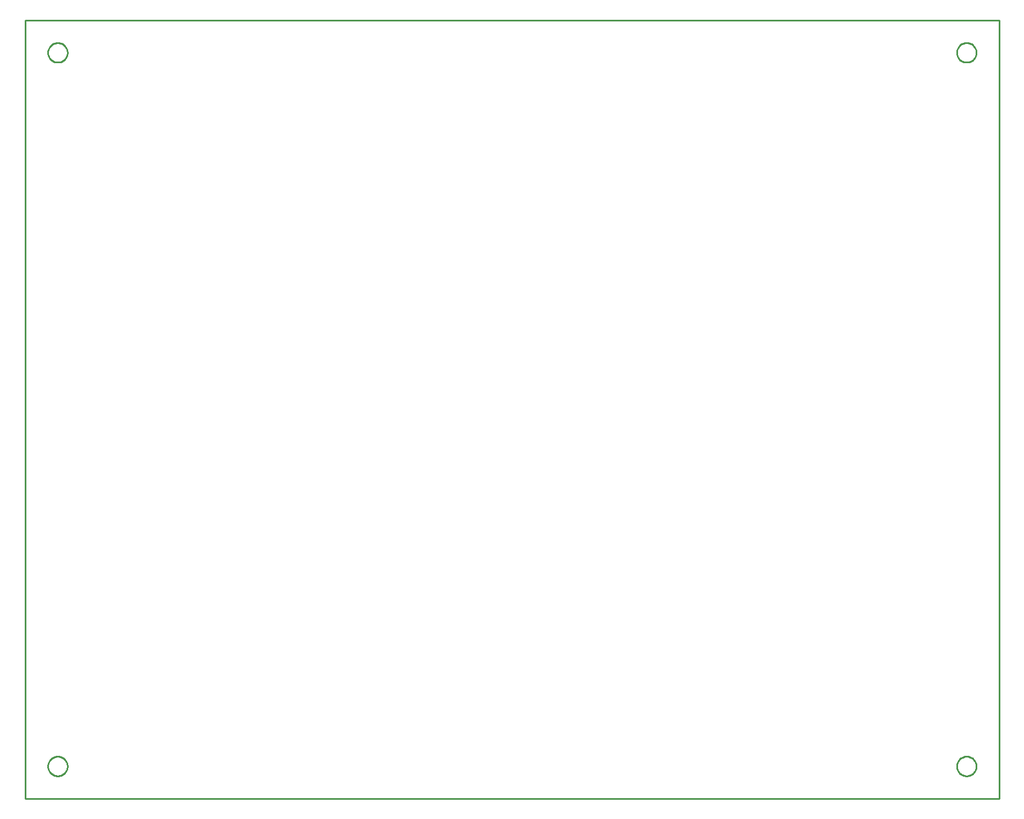
<source format=gbr>
G04 EAGLE Gerber RS-274X export*
G75*
%MOIN*%
%FSLAX34Y34*%
%LPD*%
%IN*%
%IPPOS*%
%AMOC8*
5,1,8,0,0,1.08239X$1,22.5*%
G01*
%ADD10C,0.010000*%


D10*
X0Y0D02*
X59055Y0D01*
X59055Y47244D01*
X0Y47244D01*
X0Y0D01*
X2559Y45254D02*
X2556Y45212D01*
X2550Y45171D01*
X2541Y45129D01*
X2529Y45089D01*
X2514Y45049D01*
X2497Y45011D01*
X2477Y44974D01*
X2454Y44939D01*
X2429Y44905D01*
X2401Y44873D01*
X2371Y44843D01*
X2339Y44815D01*
X2306Y44790D01*
X2270Y44767D01*
X2233Y44747D01*
X2195Y44730D01*
X2155Y44715D01*
X2115Y44703D01*
X2073Y44694D01*
X2032Y44688D01*
X1990Y44685D01*
X1947Y44685D01*
X1905Y44688D01*
X1864Y44694D01*
X1822Y44703D01*
X1782Y44715D01*
X1742Y44730D01*
X1704Y44747D01*
X1667Y44767D01*
X1631Y44790D01*
X1598Y44815D01*
X1566Y44843D01*
X1536Y44873D01*
X1508Y44905D01*
X1483Y44939D01*
X1460Y44974D01*
X1440Y45011D01*
X1423Y45049D01*
X1408Y45089D01*
X1396Y45129D01*
X1387Y45171D01*
X1381Y45212D01*
X1378Y45254D01*
X1378Y45297D01*
X1381Y45339D01*
X1387Y45381D01*
X1396Y45422D01*
X1408Y45462D01*
X1423Y45502D01*
X1440Y45540D01*
X1460Y45577D01*
X1483Y45613D01*
X1508Y45646D01*
X1536Y45678D01*
X1566Y45708D01*
X1598Y45736D01*
X1631Y45761D01*
X1667Y45784D01*
X1704Y45804D01*
X1742Y45822D01*
X1782Y45836D01*
X1822Y45848D01*
X1864Y45857D01*
X1905Y45863D01*
X1947Y45866D01*
X1990Y45866D01*
X2032Y45863D01*
X2073Y45857D01*
X2115Y45848D01*
X2155Y45836D01*
X2195Y45822D01*
X2233Y45804D01*
X2270Y45784D01*
X2306Y45761D01*
X2339Y45736D01*
X2371Y45708D01*
X2401Y45678D01*
X2429Y45646D01*
X2454Y45613D01*
X2477Y45577D01*
X2497Y45540D01*
X2514Y45502D01*
X2529Y45462D01*
X2541Y45422D01*
X2550Y45381D01*
X2556Y45339D01*
X2559Y45297D01*
X2559Y45254D01*
X57677Y45254D02*
X57674Y45212D01*
X57668Y45171D01*
X57659Y45129D01*
X57647Y45089D01*
X57633Y45049D01*
X57615Y45011D01*
X57595Y44974D01*
X57572Y44939D01*
X57547Y44905D01*
X57519Y44873D01*
X57489Y44843D01*
X57457Y44815D01*
X57424Y44790D01*
X57388Y44767D01*
X57351Y44747D01*
X57313Y44730D01*
X57273Y44715D01*
X57233Y44703D01*
X57192Y44694D01*
X57150Y44688D01*
X57108Y44685D01*
X57066Y44685D01*
X57023Y44688D01*
X56982Y44694D01*
X56940Y44703D01*
X56900Y44715D01*
X56860Y44730D01*
X56822Y44747D01*
X56785Y44767D01*
X56750Y44790D01*
X56716Y44815D01*
X56684Y44843D01*
X56654Y44873D01*
X56626Y44905D01*
X56601Y44939D01*
X56578Y44974D01*
X56558Y45011D01*
X56541Y45049D01*
X56526Y45089D01*
X56514Y45129D01*
X56505Y45171D01*
X56499Y45212D01*
X56496Y45254D01*
X56496Y45297D01*
X56499Y45339D01*
X56505Y45381D01*
X56514Y45422D01*
X56526Y45462D01*
X56541Y45502D01*
X56558Y45540D01*
X56578Y45577D01*
X56601Y45613D01*
X56626Y45646D01*
X56654Y45678D01*
X56684Y45708D01*
X56716Y45736D01*
X56750Y45761D01*
X56785Y45784D01*
X56822Y45804D01*
X56860Y45822D01*
X56900Y45836D01*
X56940Y45848D01*
X56982Y45857D01*
X57023Y45863D01*
X57066Y45866D01*
X57108Y45866D01*
X57150Y45863D01*
X57192Y45857D01*
X57233Y45848D01*
X57273Y45836D01*
X57313Y45822D01*
X57351Y45804D01*
X57388Y45784D01*
X57424Y45761D01*
X57457Y45736D01*
X57489Y45708D01*
X57519Y45678D01*
X57547Y45646D01*
X57572Y45613D01*
X57595Y45577D01*
X57615Y45540D01*
X57633Y45502D01*
X57647Y45462D01*
X57659Y45422D01*
X57668Y45381D01*
X57674Y45339D01*
X57677Y45297D01*
X57677Y45254D01*
X2559Y1947D02*
X2556Y1905D01*
X2550Y1864D01*
X2541Y1822D01*
X2529Y1782D01*
X2514Y1742D01*
X2497Y1704D01*
X2477Y1667D01*
X2454Y1631D01*
X2429Y1598D01*
X2401Y1566D01*
X2371Y1536D01*
X2339Y1508D01*
X2306Y1483D01*
X2270Y1460D01*
X2233Y1440D01*
X2195Y1423D01*
X2155Y1408D01*
X2115Y1396D01*
X2073Y1387D01*
X2032Y1381D01*
X1990Y1378D01*
X1947Y1378D01*
X1905Y1381D01*
X1864Y1387D01*
X1822Y1396D01*
X1782Y1408D01*
X1742Y1423D01*
X1704Y1440D01*
X1667Y1460D01*
X1631Y1483D01*
X1598Y1508D01*
X1566Y1536D01*
X1536Y1566D01*
X1508Y1598D01*
X1483Y1631D01*
X1460Y1667D01*
X1440Y1704D01*
X1423Y1742D01*
X1408Y1782D01*
X1396Y1822D01*
X1387Y1864D01*
X1381Y1905D01*
X1378Y1947D01*
X1378Y1990D01*
X1381Y2032D01*
X1387Y2073D01*
X1396Y2115D01*
X1408Y2155D01*
X1423Y2195D01*
X1440Y2233D01*
X1460Y2270D01*
X1483Y2306D01*
X1508Y2339D01*
X1536Y2371D01*
X1566Y2401D01*
X1598Y2429D01*
X1631Y2454D01*
X1667Y2477D01*
X1704Y2497D01*
X1742Y2514D01*
X1782Y2529D01*
X1822Y2541D01*
X1864Y2550D01*
X1905Y2556D01*
X1947Y2559D01*
X1990Y2559D01*
X2032Y2556D01*
X2073Y2550D01*
X2115Y2541D01*
X2155Y2529D01*
X2195Y2514D01*
X2233Y2497D01*
X2270Y2477D01*
X2306Y2454D01*
X2339Y2429D01*
X2371Y2401D01*
X2401Y2371D01*
X2429Y2339D01*
X2454Y2306D01*
X2477Y2270D01*
X2497Y2233D01*
X2514Y2195D01*
X2529Y2155D01*
X2541Y2115D01*
X2550Y2073D01*
X2556Y2032D01*
X2559Y1990D01*
X2559Y1947D01*
X57677Y1947D02*
X57674Y1905D01*
X57668Y1864D01*
X57659Y1822D01*
X57647Y1782D01*
X57633Y1742D01*
X57615Y1704D01*
X57595Y1667D01*
X57572Y1631D01*
X57547Y1598D01*
X57519Y1566D01*
X57489Y1536D01*
X57457Y1508D01*
X57424Y1483D01*
X57388Y1460D01*
X57351Y1440D01*
X57313Y1423D01*
X57273Y1408D01*
X57233Y1396D01*
X57192Y1387D01*
X57150Y1381D01*
X57108Y1378D01*
X57066Y1378D01*
X57023Y1381D01*
X56982Y1387D01*
X56940Y1396D01*
X56900Y1408D01*
X56860Y1423D01*
X56822Y1440D01*
X56785Y1460D01*
X56750Y1483D01*
X56716Y1508D01*
X56684Y1536D01*
X56654Y1566D01*
X56626Y1598D01*
X56601Y1631D01*
X56578Y1667D01*
X56558Y1704D01*
X56541Y1742D01*
X56526Y1782D01*
X56514Y1822D01*
X56505Y1864D01*
X56499Y1905D01*
X56496Y1947D01*
X56496Y1990D01*
X56499Y2032D01*
X56505Y2073D01*
X56514Y2115D01*
X56526Y2155D01*
X56541Y2195D01*
X56558Y2233D01*
X56578Y2270D01*
X56601Y2306D01*
X56626Y2339D01*
X56654Y2371D01*
X56684Y2401D01*
X56716Y2429D01*
X56750Y2454D01*
X56785Y2477D01*
X56822Y2497D01*
X56860Y2514D01*
X56900Y2529D01*
X56940Y2541D01*
X56982Y2550D01*
X57023Y2556D01*
X57066Y2559D01*
X57108Y2559D01*
X57150Y2556D01*
X57192Y2550D01*
X57233Y2541D01*
X57273Y2529D01*
X57313Y2514D01*
X57351Y2497D01*
X57388Y2477D01*
X57424Y2454D01*
X57457Y2429D01*
X57489Y2401D01*
X57519Y2371D01*
X57547Y2339D01*
X57572Y2306D01*
X57595Y2270D01*
X57615Y2233D01*
X57633Y2195D01*
X57647Y2155D01*
X57659Y2115D01*
X57668Y2073D01*
X57674Y2032D01*
X57677Y1990D01*
X57677Y1947D01*
M02*

</source>
